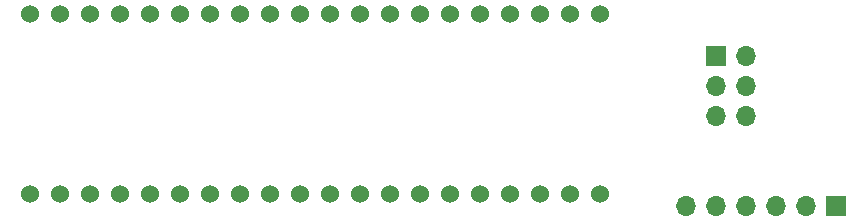
<source format=gbs>
G04 #@! TF.FileFunction,Soldermask,Bot*
%FSLAX46Y46*%
G04 Gerber Fmt 4.6, Leading zero omitted, Abs format (unit mm)*
G04 Created by KiCad (PCBNEW 4.0.6) date Sun May 21 13:57:47 2017*
%MOMM*%
%LPD*%
G01*
G04 APERTURE LIST*
%ADD10C,0.100000*%
%ADD11R,1.700000X1.700000*%
%ADD12O,1.700000X1.700000*%
%ADD13C,1.524000*%
G04 APERTURE END LIST*
D10*
D11*
X226060000Y-113030000D03*
D12*
X228600000Y-113030000D03*
X226060000Y-115570000D03*
X228600000Y-115570000D03*
X226060000Y-118110000D03*
X228600000Y-118110000D03*
D13*
X167915001Y-124735001D03*
X170455001Y-124735001D03*
X172995001Y-124735001D03*
X175535001Y-124735001D03*
X178075001Y-124735001D03*
X180615001Y-124735001D03*
X183155001Y-124735001D03*
X185695001Y-124735001D03*
X188235001Y-124735001D03*
X190775001Y-124735001D03*
X193315001Y-124735001D03*
X195855001Y-124735001D03*
X198395001Y-124735001D03*
X200935001Y-124735001D03*
X203475001Y-124735001D03*
X206015001Y-124735001D03*
X208555001Y-124735001D03*
X211095001Y-124735001D03*
X213635001Y-124735001D03*
X216175001Y-124735001D03*
X216175001Y-109495001D03*
X213635001Y-109495001D03*
X211095001Y-109495001D03*
X208555001Y-109495001D03*
X206015001Y-109495001D03*
X203475001Y-109495001D03*
X200935001Y-109495001D03*
X198395001Y-109495001D03*
X195855001Y-109495001D03*
X193315001Y-109495001D03*
X190775001Y-109495001D03*
X188235001Y-109495001D03*
X185695001Y-109495001D03*
X183155001Y-109495001D03*
X180615001Y-109495001D03*
X178075001Y-109495001D03*
X175535001Y-109495001D03*
X172995001Y-109495001D03*
X170455001Y-109495001D03*
X167915001Y-109495001D03*
D11*
X236220000Y-125730000D03*
D12*
X233680000Y-125730000D03*
X231140000Y-125730000D03*
X228600000Y-125730000D03*
X226060000Y-125730000D03*
X223520000Y-125730000D03*
M02*

</source>
